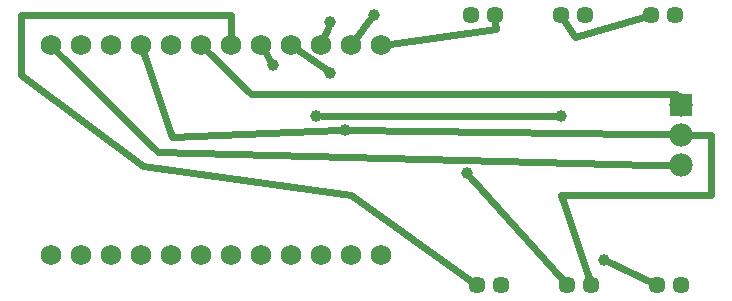
<source format=gbl>
G04 MADE WITH FRITZING*
G04 WWW.FRITZING.ORG*
G04 DOUBLE SIDED*
G04 HOLES PLATED*
G04 CONTOUR ON CENTER OF CONTOUR VECTOR*
%ASAXBY*%
%FSLAX23Y23*%
%MOIN*%
%OFA0B0*%
%SFA1.0B1.0*%
%ADD10C,0.068000*%
%ADD11C,0.057000*%
%ADD12C,0.078000*%
%ADD13C,0.039370*%
%ADD14R,0.078000X0.078000*%
%ADD15C,0.024000*%
%LNCOPPER0*%
G90*
G70*
G54D10*
X1089Y893D03*
X989Y893D03*
X1189Y893D03*
X1289Y893D03*
X889Y893D03*
X789Y893D03*
X689Y893D03*
X589Y893D03*
X489Y893D03*
X389Y893D03*
X289Y893D03*
X189Y893D03*
X989Y193D03*
X1089Y193D03*
X1189Y193D03*
X1289Y193D03*
X889Y193D03*
X789Y193D03*
X689Y193D03*
X589Y193D03*
X389Y193D03*
X489Y193D03*
X289Y193D03*
X189Y193D03*
G54D11*
X2189Y993D03*
X2268Y993D03*
X1989Y93D03*
X1910Y93D03*
X1589Y993D03*
X1668Y993D03*
X2289Y93D03*
X2210Y93D03*
X1889Y993D03*
X1968Y993D03*
X1689Y93D03*
X1610Y93D03*
G54D12*
X2289Y693D03*
X2289Y593D03*
X2289Y493D03*
G54D13*
X1120Y802D03*
X2032Y178D03*
X928Y826D03*
X1576Y466D03*
X1168Y610D03*
X1264Y994D03*
X1120Y970D03*
X1072Y658D03*
X1888Y658D03*
G54D14*
X2289Y693D03*
G54D15*
X1318Y897D02*
X1672Y946D01*
D02*
X1672Y946D02*
X1670Y968D01*
D02*
X710Y873D02*
X856Y730D01*
D02*
X856Y730D02*
X2272Y730D01*
D02*
X2272Y730D02*
X2277Y720D01*
D02*
X210Y872D02*
X544Y538D01*
D02*
X544Y538D02*
X2189Y493D01*
D02*
X2189Y493D02*
X2259Y493D01*
D02*
X789Y922D02*
X789Y993D01*
D02*
X789Y993D02*
X89Y993D01*
D02*
X89Y993D02*
X89Y793D01*
D02*
X89Y793D02*
X496Y490D01*
D02*
X496Y490D02*
X1189Y393D01*
D02*
X1189Y393D02*
X1590Y107D01*
D02*
X1013Y876D02*
X1104Y813D01*
D02*
X2049Y170D02*
X2188Y104D01*
D02*
X904Y868D02*
X918Y842D01*
D02*
X1589Y452D02*
X1894Y111D01*
D02*
X1981Y116D02*
X1889Y393D01*
D02*
X1889Y393D02*
X2389Y393D01*
D02*
X2389Y393D02*
X2389Y593D01*
D02*
X2389Y593D02*
X1187Y610D01*
D02*
X2319Y593D02*
X2389Y593D01*
D02*
X1903Y972D02*
X1936Y922D01*
D02*
X1936Y922D02*
X2165Y986D01*
D02*
X498Y865D02*
X592Y586D01*
D02*
X592Y586D02*
X1149Y609D01*
D02*
X1206Y916D02*
X1253Y979D01*
D02*
X1100Y920D02*
X1113Y952D01*
D02*
X1091Y658D02*
X1869Y658D01*
G04 End of Copper0*
M02*
</source>
